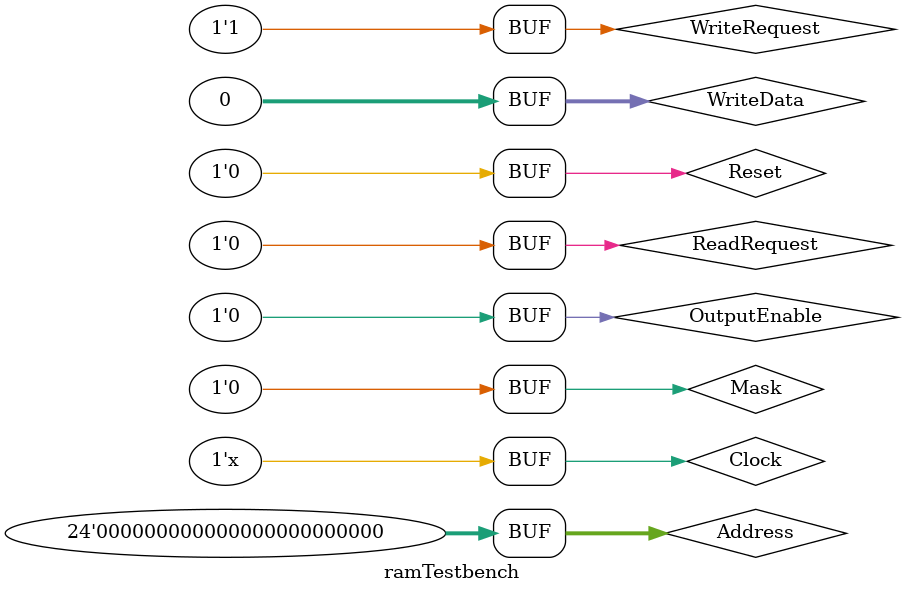
<source format=v>


//-----------------------------------------------------------------------
//	Section:	Defines and Constants
//-----------------------------------------------------------------------
`timescale		1 ns/1 ps		// Display things in ns, compute them in ps
`define HalfCycle	18.518			// This is in ns (see above)
`define Cycle		(`HalfCycle * 2)	// Didn't you learn to multiply?
//-----------------------------------------------------------------------

//-----------------------------------------------------------------------
//	Module:		Lab2Testbench
//	CUT:		Lab2Top
//-----------------------------------------------------------------------
module ramTestbench;
	//---------------------------------------------------------------
	//	Wires and Regs
	//---------------------------------------------------------------
	reg			Clock, Reset;



	//---------------------------------------------------------------

	//---------------------------------------------------------------
	//	CUT:	Lab2Top
	//---------------------------------------------------------------
	wire Ready, Done;
	wire DataValid;
	reg ReadRequest, WriteRequest, OutputEnable;
	reg [31:0] WriteData;
	reg [23:0] Address;
	reg Mask;
	wire DQMH, DQML, CS, RAS, CAS, WE; 
	wire [1:0]  BA;
	wire [12:0] A; 
	wire [31:0] DQ;
		wire CLK, CLKE;
		wire [4:0] State;
//		wire [31:0] counted;
//		wire cReset, cEnable;


	SDRAMControl		CUT(	.Clock(			Clock),
									.Reset(			Reset),
									.Ready(			Ready),
									.Done(			Done),
									.DataValid(		DataValid),
									.ReadRequest(	ReadRequest),
									.WriteRequest(	WriteRequest),
									.OutputEnable(	OutputEnable),
									.WriteData(		WriteData),
									.Address(		Address),
									.Mask(			Mask),
									.RAM_CLK(		CLK),
									.RAM_CLKE(		CLKE),
									.RAM_DQMH(		DQMH),
									.RAM_DQML(		DQML),
									.RAM_CS_(		CS),
									.RAM_RAS_(		RAS),
									.RAM_CAS_(		CAS),
									.RAM_WE_(		WE),
									.RAM_BA(			BA),
									.RAM_A(			A),
									.RAM_DQ(			DQ),
									.CurrentState(	State));
									//.counted(		counted),
									//.countReset(	cReset),
									//.countEnable(	cEnable));
	//---------------------------------------------------------------



	//---------------------------------------------------------------
	//	Clock Source
	//		This section will generate a clock signal,
	//		turning it on and off according the HalfCycle
	//		time, in this case it will generate a 27MHz clock
	//		THIS COULD NEVER BE SYNTHESIZED
	//---------------------------------------------------------------
	initial Clock =			1'b0;	// We need to start at 1'b0, otherwise clock will always be 1'bx
	always #(`HalfCycle) Clock =	~Clock;	// Every half clock cycle, invert the clock
	//---------------------------------------------------------------

	//---------------------------------------------------------------
	//	Test Stimulus
	//		This initial block will periodically set new
	//		values for the inputs to the CUT.
	//		THIS COULD NEVER BE SYNTHESIZED
	//---------------------------------------------------------------
	initial begin
		#(`Cycle*10);
		Reset = 1'b1;
					ReadRequest = 1'b0;
			WriteRequest = 1'b0;
			OutputEnable = 1'b0;
			WriteData = 32'h00000000;
			Address = 24'h000000;
			Mask = 1'b0;
		#(`Cycle);	
		Reset = 1'b0;
		#(`Cycle*10000);
		WriteRequest = 1'b1;
		
		
		// Add more test cases here!!
	end
	//---------------------------------------------------------------
endmodule
//-----------------------------------------------------------------------
</source>
